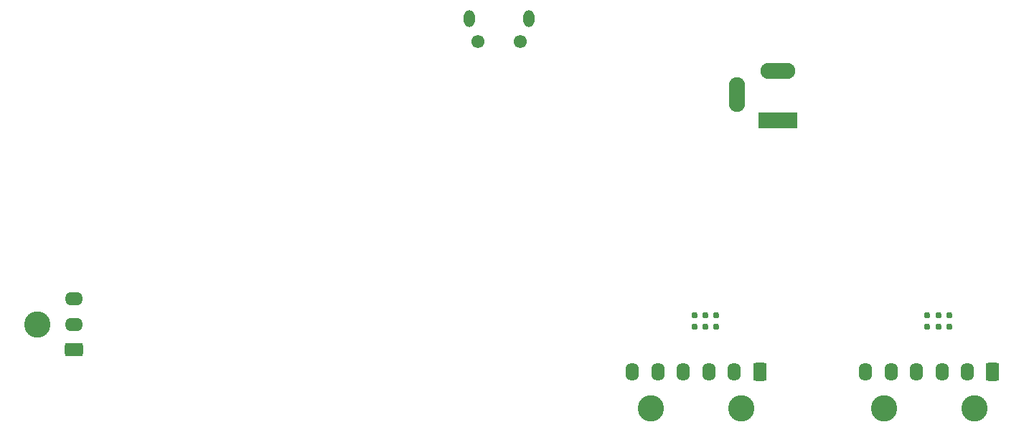
<source format=gbr>
%TF.GenerationSoftware,KiCad,Pcbnew,9.0.0*%
%TF.CreationDate,2025-02-23T12:00:01-08:00*%
%TF.ProjectId,four_way_rotator,666f7572-5f77-4617-995f-726f7461746f,rev?*%
%TF.SameCoordinates,Original*%
%TF.FileFunction,Soldermask,Bot*%
%TF.FilePolarity,Negative*%
%FSLAX46Y46*%
G04 Gerber Fmt 4.6, Leading zero omitted, Abs format (unit mm)*
G04 Created by KiCad (PCBNEW 9.0.0) date 2025-02-23 12:00:01*
%MOMM*%
%LPD*%
G01*
G04 APERTURE LIST*
G04 Aperture macros list*
%AMRoundRect*
0 Rectangle with rounded corners*
0 $1 Rounding radius*
0 $2 $3 $4 $5 $6 $7 $8 $9 X,Y pos of 4 corners*
0 Add a 4 corners polygon primitive as box body*
4,1,4,$2,$3,$4,$5,$6,$7,$8,$9,$2,$3,0*
0 Add four circle primitives for the rounded corners*
1,1,$1+$1,$2,$3*
1,1,$1+$1,$4,$5*
1,1,$1+$1,$6,$7*
1,1,$1+$1,$8,$9*
0 Add four rect primitives between the rounded corners*
20,1,$1+$1,$2,$3,$4,$5,0*
20,1,$1+$1,$4,$5,$6,$7,0*
20,1,$1+$1,$6,$7,$8,$9,0*
20,1,$1+$1,$8,$9,$2,$3,0*%
G04 Aperture macros list end*
%ADD10C,0.770000*%
%ADD11RoundRect,0.050800X2.200000X0.900000X-2.200000X0.900000X-2.200000X-0.900000X2.200000X-0.900000X0*%
%ADD12O,4.101600X1.901600*%
%ADD13O,1.901600X4.101600*%
%ADD14C,3.101600*%
%ADD15RoundRect,0.266934X0.793866X-0.533866X0.793866X0.533866X-0.793866X0.533866X-0.793866X-0.533866X0*%
%ADD16O,2.121600X1.601600*%
%ADD17O,1.301600X2.001600*%
%ADD18C,1.551600*%
%ADD19RoundRect,0.266934X0.533866X0.793866X-0.533866X0.793866X-0.533866X-0.793866X0.533866X-0.793866X0*%
%ADD20O,1.601600X2.121600*%
G04 APERTURE END LIST*
D10*
%TO.C,U5*%
X171550000Y-92400000D03*
X170250000Y-92400000D03*
X168950000Y-92400000D03*
X171550000Y-93700000D03*
X170250000Y-93700000D03*
X168950000Y-93700000D03*
%TD*%
D11*
%TO.C,J3*%
X178800000Y-69300000D03*
D12*
X178800000Y-63500000D03*
D13*
X174000000Y-66300000D03*
%TD*%
D14*
%TO.C,J4*%
X91450000Y-93450000D03*
D15*
X95770000Y-96450000D03*
D16*
X95770000Y-93450000D03*
X95770000Y-90450000D03*
%TD*%
D17*
%TO.C,J1*%
X149400000Y-57300000D03*
D18*
X148400000Y-60000000D03*
X143400000Y-60000000D03*
D17*
X142400000Y-57300000D03*
%TD*%
D10*
%TO.C,U6*%
X199045000Y-92400000D03*
X197745000Y-92400000D03*
X196445000Y-92400000D03*
X199045000Y-93700000D03*
X197745000Y-93700000D03*
X196445000Y-93700000D03*
%TD*%
D14*
%TO.C,J6*%
X202000000Y-103400000D03*
X191300000Y-103400000D03*
D19*
X204150000Y-99080000D03*
D20*
X201150000Y-99080000D03*
X198150000Y-99080000D03*
X195150000Y-99080000D03*
X192150000Y-99080000D03*
X189150000Y-99080000D03*
%TD*%
%TO.C,J5*%
X167655000Y-99080000D03*
X170655000Y-99080000D03*
D14*
X174505000Y-103400000D03*
X163805000Y-103400000D03*
D19*
X176655000Y-99080000D03*
D20*
X173655000Y-99080000D03*
X164655000Y-99080000D03*
X161655000Y-99080000D03*
%TD*%
M02*

</source>
